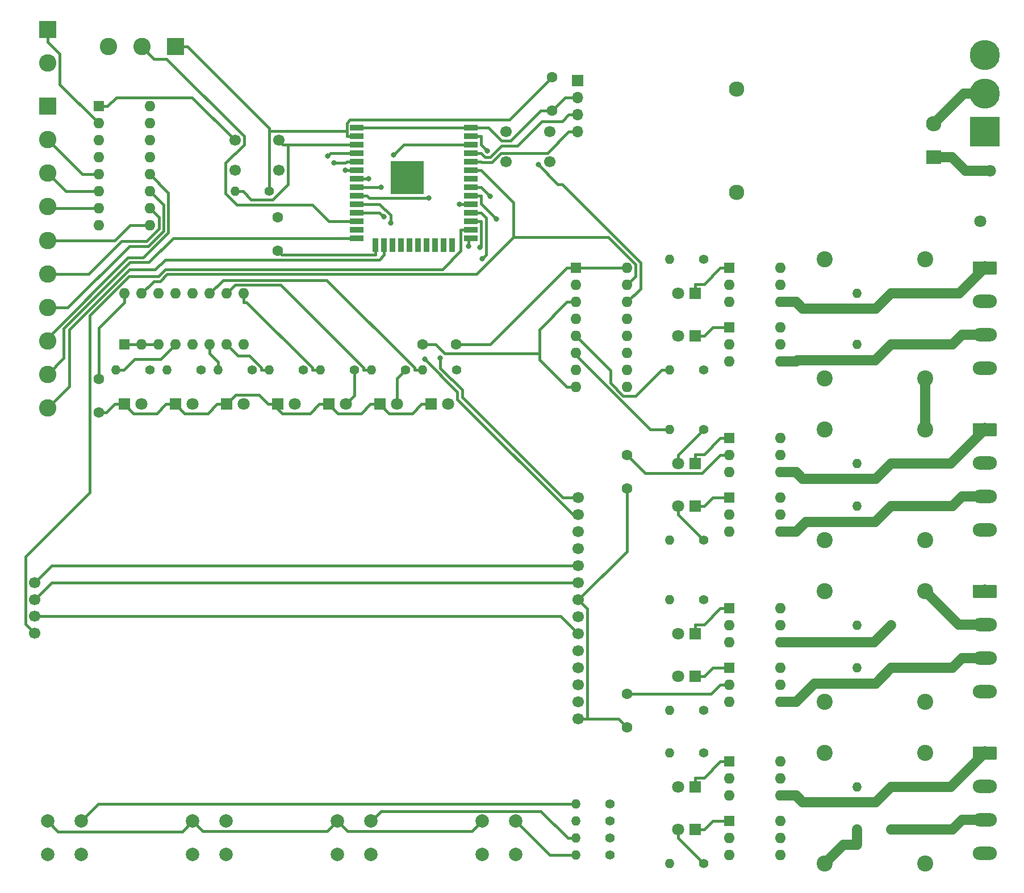
<source format=gbr>
G04 #@! TF.GenerationSoftware,KiCad,Pcbnew,(5.1.4)-1*
G04 #@! TF.CreationDate,2019-09-14T19:38:37+02:00*
G04 #@! TF.ProjectId,regulator board,72656775-6c61-4746-9f72-20626f617264,rev?*
G04 #@! TF.SameCoordinates,Original*
G04 #@! TF.FileFunction,Copper,L1,Top*
G04 #@! TF.FilePolarity,Positive*
%FSLAX46Y46*%
G04 Gerber Fmt 4.6, Leading zero omitted, Abs format (unit mm)*
G04 Created by KiCad (PCBNEW (5.1.4)-1) date 2019-09-14 19:38:37*
%MOMM*%
%LPD*%
G04 APERTURE LIST*
%ADD10C,2.300000*%
%ADD11R,2.300000X2.000000*%
%ADD12C,1.600000*%
%ADD13C,2.400000*%
%ADD14R,1.800000X1.800000*%
%ADD15C,1.800000*%
%ADD16C,0.100000*%
%ADD17C,2.000000*%
%ADD18O,3.600000X2.000000*%
%ADD19R,1.700000X1.700000*%
%ADD20O,1.700000X1.700000*%
%ADD21R,2.600000X2.600000*%
%ADD22C,2.600000*%
%ADD23O,1.400000X1.400000*%
%ADD24C,1.400000*%
%ADD25C,1.700000*%
%ADD26R,1.600000X1.600000*%
%ADD27O,1.600000X1.600000*%
%ADD28R,5.000000X5.000000*%
%ADD29R,2.000000X0.900000*%
%ADD30R,0.900000X2.000000*%
%ADD31R,4.500880X4.500880*%
%ADD32C,4.500880*%
%ADD33C,0.800000*%
%ADD34C,0.400000*%
%ADD35C,1.500000*%
G04 APERTURE END LIST*
D10*
X154750000Y-34250000D03*
X184150000Y-39450000D03*
D11*
X184150000Y-44450000D03*
D10*
X154750000Y-49650000D03*
D12*
X138430000Y-88900000D03*
X138430000Y-93900000D03*
X59690000Y-77550000D03*
X59690000Y-82550000D03*
X107950000Y-72390000D03*
X112950000Y-72390000D03*
X127254000Y-32512000D03*
X127254000Y-37512000D03*
X138430000Y-124540000D03*
X138430000Y-129540000D03*
X86360000Y-53420000D03*
X86360000Y-58420000D03*
D13*
X167880000Y-59690000D03*
X182880000Y-59690000D03*
X182880000Y-77470000D03*
X167880000Y-77470000D03*
X182880000Y-85090000D03*
X167880000Y-85090000D03*
X167880000Y-101600000D03*
X182880000Y-101600000D03*
X182880000Y-109220000D03*
X167880000Y-109220000D03*
X167880000Y-125730000D03*
X182880000Y-125730000D03*
X182880000Y-133350000D03*
X167880000Y-133350000D03*
X167880000Y-149860000D03*
X182880000Y-149860000D03*
D14*
X148590000Y-64770000D03*
D15*
X146050000Y-64770000D03*
X146050000Y-71120000D03*
D14*
X148590000Y-71120000D03*
X148590000Y-90170000D03*
D15*
X146050000Y-90170000D03*
X146050000Y-96520000D03*
D14*
X148590000Y-96520000D03*
X148590000Y-115570000D03*
D15*
X146050000Y-115570000D03*
X146050000Y-121920000D03*
D14*
X148590000Y-121920000D03*
D15*
X146050000Y-138430000D03*
D14*
X148590000Y-138430000D03*
X148590000Y-144780000D03*
D15*
X146050000Y-144780000D03*
D14*
X63500000Y-81280000D03*
D15*
X66040000Y-81280000D03*
D14*
X71120000Y-81280000D03*
D15*
X73660000Y-81280000D03*
X81280000Y-81280000D03*
D14*
X78740000Y-81280000D03*
X86360000Y-81280000D03*
D15*
X88900000Y-81280000D03*
D14*
X93980000Y-81280000D03*
D15*
X96520000Y-81280000D03*
X104140000Y-81280000D03*
D14*
X101600000Y-81280000D03*
D15*
X111760000Y-81280000D03*
D14*
X109220000Y-81280000D03*
D16*
G36*
X193344504Y-59961204D02*
G01*
X193368773Y-59964804D01*
X193392571Y-59970765D01*
X193415671Y-59979030D01*
X193437849Y-59989520D01*
X193458893Y-60002133D01*
X193478598Y-60016747D01*
X193496777Y-60033223D01*
X193513253Y-60051402D01*
X193527867Y-60071107D01*
X193540480Y-60092151D01*
X193550970Y-60114329D01*
X193559235Y-60137429D01*
X193565196Y-60161227D01*
X193568796Y-60185496D01*
X193570000Y-60210000D01*
X193570000Y-61710000D01*
X193568796Y-61734504D01*
X193565196Y-61758773D01*
X193559235Y-61782571D01*
X193550970Y-61805671D01*
X193540480Y-61827849D01*
X193527867Y-61848893D01*
X193513253Y-61868598D01*
X193496777Y-61886777D01*
X193478598Y-61903253D01*
X193458893Y-61917867D01*
X193437849Y-61930480D01*
X193415671Y-61940970D01*
X193392571Y-61949235D01*
X193368773Y-61955196D01*
X193344504Y-61958796D01*
X193320000Y-61960000D01*
X190220000Y-61960000D01*
X190195496Y-61958796D01*
X190171227Y-61955196D01*
X190147429Y-61949235D01*
X190124329Y-61940970D01*
X190102151Y-61930480D01*
X190081107Y-61917867D01*
X190061402Y-61903253D01*
X190043223Y-61886777D01*
X190026747Y-61868598D01*
X190012133Y-61848893D01*
X189999520Y-61827849D01*
X189989030Y-61805671D01*
X189980765Y-61782571D01*
X189974804Y-61758773D01*
X189971204Y-61734504D01*
X189970000Y-61710000D01*
X189970000Y-60210000D01*
X189971204Y-60185496D01*
X189974804Y-60161227D01*
X189980765Y-60137429D01*
X189989030Y-60114329D01*
X189999520Y-60092151D01*
X190012133Y-60071107D01*
X190026747Y-60051402D01*
X190043223Y-60033223D01*
X190061402Y-60016747D01*
X190081107Y-60002133D01*
X190102151Y-59989520D01*
X190124329Y-59979030D01*
X190147429Y-59970765D01*
X190171227Y-59964804D01*
X190195496Y-59961204D01*
X190220000Y-59960000D01*
X193320000Y-59960000D01*
X193344504Y-59961204D01*
X193344504Y-59961204D01*
G37*
D17*
X191770000Y-60960000D03*
D18*
X191770000Y-65960000D03*
X191770000Y-70960000D03*
X191770000Y-75960000D03*
D19*
X131064000Y-33020000D03*
D20*
X131064000Y-35560000D03*
X131064000Y-38100000D03*
X131064000Y-40640000D03*
D18*
X191770000Y-100090000D03*
X191770000Y-95090000D03*
X191770000Y-90090000D03*
D16*
G36*
X193344504Y-84091204D02*
G01*
X193368773Y-84094804D01*
X193392571Y-84100765D01*
X193415671Y-84109030D01*
X193437849Y-84119520D01*
X193458893Y-84132133D01*
X193478598Y-84146747D01*
X193496777Y-84163223D01*
X193513253Y-84181402D01*
X193527867Y-84201107D01*
X193540480Y-84222151D01*
X193550970Y-84244329D01*
X193559235Y-84267429D01*
X193565196Y-84291227D01*
X193568796Y-84315496D01*
X193570000Y-84340000D01*
X193570000Y-85840000D01*
X193568796Y-85864504D01*
X193565196Y-85888773D01*
X193559235Y-85912571D01*
X193550970Y-85935671D01*
X193540480Y-85957849D01*
X193527867Y-85978893D01*
X193513253Y-85998598D01*
X193496777Y-86016777D01*
X193478598Y-86033253D01*
X193458893Y-86047867D01*
X193437849Y-86060480D01*
X193415671Y-86070970D01*
X193392571Y-86079235D01*
X193368773Y-86085196D01*
X193344504Y-86088796D01*
X193320000Y-86090000D01*
X190220000Y-86090000D01*
X190195496Y-86088796D01*
X190171227Y-86085196D01*
X190147429Y-86079235D01*
X190124329Y-86070970D01*
X190102151Y-86060480D01*
X190081107Y-86047867D01*
X190061402Y-86033253D01*
X190043223Y-86016777D01*
X190026747Y-85998598D01*
X190012133Y-85978893D01*
X189999520Y-85957849D01*
X189989030Y-85935671D01*
X189980765Y-85912571D01*
X189974804Y-85888773D01*
X189971204Y-85864504D01*
X189970000Y-85840000D01*
X189970000Y-84340000D01*
X189971204Y-84315496D01*
X189974804Y-84291227D01*
X189980765Y-84267429D01*
X189989030Y-84244329D01*
X189999520Y-84222151D01*
X190012133Y-84201107D01*
X190026747Y-84181402D01*
X190043223Y-84163223D01*
X190061402Y-84146747D01*
X190081107Y-84132133D01*
X190102151Y-84119520D01*
X190124329Y-84109030D01*
X190147429Y-84100765D01*
X190171227Y-84094804D01*
X190195496Y-84091204D01*
X190220000Y-84090000D01*
X193320000Y-84090000D01*
X193344504Y-84091204D01*
X193344504Y-84091204D01*
G37*
D17*
X191770000Y-85090000D03*
D16*
G36*
X193344504Y-108221204D02*
G01*
X193368773Y-108224804D01*
X193392571Y-108230765D01*
X193415671Y-108239030D01*
X193437849Y-108249520D01*
X193458893Y-108262133D01*
X193478598Y-108276747D01*
X193496777Y-108293223D01*
X193513253Y-108311402D01*
X193527867Y-108331107D01*
X193540480Y-108352151D01*
X193550970Y-108374329D01*
X193559235Y-108397429D01*
X193565196Y-108421227D01*
X193568796Y-108445496D01*
X193570000Y-108470000D01*
X193570000Y-109970000D01*
X193568796Y-109994504D01*
X193565196Y-110018773D01*
X193559235Y-110042571D01*
X193550970Y-110065671D01*
X193540480Y-110087849D01*
X193527867Y-110108893D01*
X193513253Y-110128598D01*
X193496777Y-110146777D01*
X193478598Y-110163253D01*
X193458893Y-110177867D01*
X193437849Y-110190480D01*
X193415671Y-110200970D01*
X193392571Y-110209235D01*
X193368773Y-110215196D01*
X193344504Y-110218796D01*
X193320000Y-110220000D01*
X190220000Y-110220000D01*
X190195496Y-110218796D01*
X190171227Y-110215196D01*
X190147429Y-110209235D01*
X190124329Y-110200970D01*
X190102151Y-110190480D01*
X190081107Y-110177867D01*
X190061402Y-110163253D01*
X190043223Y-110146777D01*
X190026747Y-110128598D01*
X190012133Y-110108893D01*
X189999520Y-110087849D01*
X189989030Y-110065671D01*
X189980765Y-110042571D01*
X189974804Y-110018773D01*
X189971204Y-109994504D01*
X189970000Y-109970000D01*
X189970000Y-108470000D01*
X189971204Y-108445496D01*
X189974804Y-108421227D01*
X189980765Y-108397429D01*
X189989030Y-108374329D01*
X189999520Y-108352151D01*
X190012133Y-108331107D01*
X190026747Y-108311402D01*
X190043223Y-108293223D01*
X190061402Y-108276747D01*
X190081107Y-108262133D01*
X190102151Y-108249520D01*
X190124329Y-108239030D01*
X190147429Y-108230765D01*
X190171227Y-108224804D01*
X190195496Y-108221204D01*
X190220000Y-108220000D01*
X193320000Y-108220000D01*
X193344504Y-108221204D01*
X193344504Y-108221204D01*
G37*
D17*
X191770000Y-109220000D03*
D18*
X191770000Y-114220000D03*
X191770000Y-119220000D03*
X191770000Y-124220000D03*
D21*
X71120000Y-27940000D03*
D22*
X66120000Y-27940000D03*
X61120000Y-27940000D03*
D18*
X191770000Y-148350000D03*
X191770000Y-143350000D03*
X191770000Y-138350000D03*
D16*
G36*
X193344504Y-132351204D02*
G01*
X193368773Y-132354804D01*
X193392571Y-132360765D01*
X193415671Y-132369030D01*
X193437849Y-132379520D01*
X193458893Y-132392133D01*
X193478598Y-132406747D01*
X193496777Y-132423223D01*
X193513253Y-132441402D01*
X193527867Y-132461107D01*
X193540480Y-132482151D01*
X193550970Y-132504329D01*
X193559235Y-132527429D01*
X193565196Y-132551227D01*
X193568796Y-132575496D01*
X193570000Y-132600000D01*
X193570000Y-134100000D01*
X193568796Y-134124504D01*
X193565196Y-134148773D01*
X193559235Y-134172571D01*
X193550970Y-134195671D01*
X193540480Y-134217849D01*
X193527867Y-134238893D01*
X193513253Y-134258598D01*
X193496777Y-134276777D01*
X193478598Y-134293253D01*
X193458893Y-134307867D01*
X193437849Y-134320480D01*
X193415671Y-134330970D01*
X193392571Y-134339235D01*
X193368773Y-134345196D01*
X193344504Y-134348796D01*
X193320000Y-134350000D01*
X190220000Y-134350000D01*
X190195496Y-134348796D01*
X190171227Y-134345196D01*
X190147429Y-134339235D01*
X190124329Y-134330970D01*
X190102151Y-134320480D01*
X190081107Y-134307867D01*
X190061402Y-134293253D01*
X190043223Y-134276777D01*
X190026747Y-134258598D01*
X190012133Y-134238893D01*
X189999520Y-134217849D01*
X189989030Y-134195671D01*
X189980765Y-134172571D01*
X189974804Y-134148773D01*
X189971204Y-134124504D01*
X189970000Y-134100000D01*
X189970000Y-132600000D01*
X189971204Y-132575496D01*
X189974804Y-132551227D01*
X189980765Y-132527429D01*
X189989030Y-132504329D01*
X189999520Y-132482151D01*
X190012133Y-132461107D01*
X190026747Y-132441402D01*
X190043223Y-132423223D01*
X190061402Y-132406747D01*
X190081107Y-132392133D01*
X190102151Y-132379520D01*
X190124329Y-132369030D01*
X190147429Y-132360765D01*
X190171227Y-132354804D01*
X190195496Y-132351204D01*
X190220000Y-132350000D01*
X193320000Y-132350000D01*
X193344504Y-132351204D01*
X193344504Y-132351204D01*
G37*
D17*
X191770000Y-133350000D03*
D21*
X52070000Y-25400000D03*
D22*
X52070000Y-30400000D03*
D21*
X52070000Y-36830000D03*
D22*
X52070000Y-41830000D03*
X52070000Y-46830000D03*
X52070000Y-51830000D03*
X52070000Y-56830000D03*
X52070000Y-61830000D03*
X52070000Y-66830000D03*
X52070000Y-71830000D03*
X52070000Y-76830000D03*
X52070000Y-81830000D03*
D23*
X144780000Y-59690000D03*
D24*
X149860000Y-59690000D03*
X177800000Y-64770000D03*
D23*
X172720000Y-64770000D03*
D24*
X149860000Y-76200000D03*
D23*
X144780000Y-76200000D03*
D24*
X177800000Y-72390000D03*
D23*
X172720000Y-72390000D03*
X144780000Y-85090000D03*
D24*
X149860000Y-85090000D03*
D23*
X80010000Y-49530000D03*
D24*
X85090000Y-49530000D03*
X177800000Y-90170000D03*
D23*
X172720000Y-90170000D03*
D24*
X149860000Y-101600000D03*
D23*
X144780000Y-101600000D03*
D24*
X177800000Y-96520000D03*
D23*
X172720000Y-96520000D03*
X144780000Y-110490000D03*
D24*
X149860000Y-110490000D03*
X177800000Y-114300000D03*
D23*
X172720000Y-114300000D03*
D24*
X149860000Y-127000000D03*
D23*
X144780000Y-127000000D03*
X172720000Y-120650000D03*
D24*
X177800000Y-120650000D03*
D23*
X144780000Y-133350000D03*
D24*
X149860000Y-133350000D03*
D23*
X172720000Y-138430000D03*
D24*
X177800000Y-138430000D03*
X149860000Y-149860000D03*
D23*
X144780000Y-149860000D03*
D24*
X177800000Y-144780000D03*
D23*
X172720000Y-144780000D03*
X62230000Y-76200000D03*
D24*
X67310000Y-76200000D03*
X74930000Y-76200000D03*
D23*
X69850000Y-76200000D03*
X77470000Y-76200000D03*
D24*
X82550000Y-76200000D03*
X90170000Y-76200000D03*
D23*
X85090000Y-76200000D03*
D24*
X97790000Y-76200000D03*
D23*
X92710000Y-76200000D03*
X130810000Y-140970000D03*
D24*
X135890000Y-140970000D03*
D23*
X100330000Y-76200000D03*
D24*
X105410000Y-76200000D03*
D23*
X130810000Y-143510000D03*
D24*
X135890000Y-143510000D03*
X113030000Y-76200000D03*
D23*
X107950000Y-76200000D03*
X130810000Y-146050000D03*
D24*
X135890000Y-146050000D03*
D23*
X130810000Y-148590000D03*
D24*
X135890000Y-148590000D03*
D15*
X191132000Y-53982000D03*
X192532000Y-46482000D03*
D25*
X86510000Y-46410000D03*
X80010000Y-46410000D03*
X86510000Y-41910000D03*
X80010000Y-41910000D03*
X120396000Y-40640000D03*
X126896000Y-40640000D03*
X120396000Y-45140000D03*
X126896000Y-45140000D03*
D17*
X52070000Y-143510000D03*
X57070000Y-143510000D03*
X57070000Y-148510000D03*
X52070000Y-148510000D03*
X73660000Y-148510000D03*
X78660000Y-148510000D03*
X78660000Y-143510000D03*
X73660000Y-143510000D03*
X95250000Y-143510000D03*
X100250000Y-143510000D03*
X100250000Y-148510000D03*
X95250000Y-148510000D03*
X116840000Y-148510000D03*
X121840000Y-148510000D03*
X121840000Y-143510000D03*
X116840000Y-143510000D03*
D25*
X131170000Y-95250000D03*
X131170000Y-97790000D03*
X131170000Y-100330000D03*
X131170000Y-102870000D03*
X131170000Y-105410000D03*
X131170000Y-107950000D03*
X131170000Y-110490000D03*
X131170000Y-113030000D03*
X131170000Y-120650000D03*
X131170000Y-118110000D03*
X131170000Y-125730000D03*
X131170000Y-123190000D03*
X131170000Y-115570000D03*
X131170000Y-128270000D03*
X50170000Y-110490000D03*
X50170000Y-107950000D03*
X50170000Y-115490000D03*
X50170000Y-112950000D03*
D26*
X153670000Y-60960000D03*
D27*
X161290000Y-66040000D03*
X153670000Y-63500000D03*
X161290000Y-63500000D03*
X153670000Y-66040000D03*
X161290000Y-60960000D03*
D26*
X130810000Y-60960000D03*
D27*
X138430000Y-78740000D03*
X130810000Y-63500000D03*
X138430000Y-76200000D03*
X130810000Y-66040000D03*
X138430000Y-73660000D03*
X130810000Y-68580000D03*
X138430000Y-71120000D03*
X130810000Y-71120000D03*
X138430000Y-68580000D03*
X130810000Y-73660000D03*
X138430000Y-66040000D03*
X130810000Y-76200000D03*
X138430000Y-63500000D03*
X130810000Y-78740000D03*
X138430000Y-60960000D03*
X161290000Y-69850000D03*
X153670000Y-74930000D03*
X161290000Y-72390000D03*
X153670000Y-72390000D03*
X161290000Y-74930000D03*
D26*
X153670000Y-69850000D03*
X153670000Y-86360000D03*
D27*
X161290000Y-91440000D03*
X153670000Y-88900000D03*
X161290000Y-88900000D03*
X153670000Y-91440000D03*
X161290000Y-86360000D03*
X161290000Y-95250000D03*
X153670000Y-100330000D03*
X161290000Y-97790000D03*
X153670000Y-97790000D03*
X161290000Y-100330000D03*
D26*
X153670000Y-95250000D03*
D27*
X161290000Y-111760000D03*
X153670000Y-116840000D03*
X161290000Y-114300000D03*
X153670000Y-114300000D03*
X161290000Y-116840000D03*
D26*
X153670000Y-111760000D03*
D28*
X105680000Y-47505000D03*
D29*
X98180000Y-40005000D03*
X98180000Y-41275000D03*
X98180000Y-42545000D03*
X98180000Y-43815000D03*
X98180000Y-45085000D03*
X98180000Y-46355000D03*
X98180000Y-47625000D03*
X98180000Y-48895000D03*
X98180000Y-50165000D03*
X98180000Y-51435000D03*
X98180000Y-52705000D03*
X98180000Y-53975000D03*
X98180000Y-55245000D03*
X98180000Y-56515000D03*
D30*
X100965000Y-57515000D03*
X102235000Y-57515000D03*
X103505000Y-57515000D03*
X104775000Y-57515000D03*
X106045000Y-57515000D03*
X107315000Y-57515000D03*
X108585000Y-57515000D03*
X109855000Y-57515000D03*
X111125000Y-57515000D03*
X112395000Y-57515000D03*
D29*
X115180000Y-56515000D03*
X115180000Y-55245000D03*
X115180000Y-53975000D03*
X115180000Y-52705000D03*
X115180000Y-51435000D03*
X115180000Y-50165000D03*
X115180000Y-48895000D03*
X115180000Y-47625000D03*
X115180000Y-46355000D03*
X115180000Y-45085000D03*
X115180000Y-43815000D03*
X115180000Y-42545000D03*
X115180000Y-41275000D03*
X115180000Y-40005000D03*
D26*
X153670000Y-120650000D03*
D27*
X161290000Y-125730000D03*
X153670000Y-123190000D03*
X161290000Y-123190000D03*
X153670000Y-125730000D03*
X161290000Y-120650000D03*
X161290000Y-134620000D03*
X153670000Y-139700000D03*
X161290000Y-137160000D03*
X153670000Y-137160000D03*
X161290000Y-139700000D03*
D26*
X153670000Y-134620000D03*
X153670000Y-143510000D03*
D27*
X161290000Y-148590000D03*
X153670000Y-146050000D03*
X161290000Y-146050000D03*
X153670000Y-148590000D03*
X161290000Y-143510000D03*
X63500000Y-64770000D03*
X81280000Y-72390000D03*
X66040000Y-64770000D03*
X78740000Y-72390000D03*
X68580000Y-64770000D03*
X76200000Y-72390000D03*
X71120000Y-64770000D03*
X73660000Y-72390000D03*
X73660000Y-64770000D03*
X71120000Y-72390000D03*
X76200000Y-64770000D03*
X68580000Y-72390000D03*
X78740000Y-64770000D03*
X66040000Y-72390000D03*
X81280000Y-64770000D03*
D26*
X63500000Y-72390000D03*
X59690000Y-36830000D03*
D27*
X67310000Y-54610000D03*
X59690000Y-39370000D03*
X67310000Y-52070000D03*
X59690000Y-41910000D03*
X67310000Y-49530000D03*
X59690000Y-44450000D03*
X67310000Y-46990000D03*
X59690000Y-46990000D03*
X67310000Y-44450000D03*
X59690000Y-49530000D03*
X67310000Y-41910000D03*
X59690000Y-52070000D03*
X67310000Y-39370000D03*
X59690000Y-54610000D03*
X67310000Y-36830000D03*
D31*
X191770000Y-40640000D03*
D32*
X191770000Y-34925000D03*
X191770000Y-29210000D03*
D33*
X93843900Y-44221500D03*
X94792300Y-45284700D03*
X96446200Y-46355000D03*
X99939900Y-47625000D03*
X114850100Y-57713200D03*
X110633500Y-74377300D03*
X103238600Y-54283100D03*
X108312600Y-74591600D03*
X102179600Y-53328500D03*
X101785500Y-48895000D03*
X108919500Y-50527900D03*
X118946400Y-53643200D03*
X118046000Y-50255000D03*
X116894100Y-59569700D03*
X116539400Y-57906900D03*
X113429900Y-51435000D03*
X117660800Y-43521100D03*
X125205600Y-45546600D03*
X103613800Y-44074700D03*
D34*
X66040000Y-72390000D02*
X68580000Y-72390000D01*
X63500000Y-72390000D02*
X66040000Y-72390000D01*
X125427600Y-73736600D02*
X111266000Y-73736600D01*
X111266000Y-73736600D02*
X109919400Y-72390000D01*
X109919400Y-72390000D02*
X107950000Y-72390000D01*
X115180000Y-40005000D02*
X98180000Y-40005000D01*
X127254000Y-37512000D02*
X125600800Y-37512000D01*
X125600800Y-37512000D02*
X121122500Y-41990300D01*
X121122500Y-41990300D02*
X119776300Y-41990300D01*
X119776300Y-41990300D02*
X117791000Y-40005000D01*
X117791000Y-40005000D02*
X115180000Y-40005000D01*
X107819700Y-81280000D02*
X106410300Y-82689400D01*
X106410300Y-82689400D02*
X103009400Y-82689400D01*
X103009400Y-82689400D02*
X101600000Y-81280000D01*
X101600000Y-81280000D02*
X100199700Y-81280000D01*
X100199700Y-81280000D02*
X98795000Y-82684700D01*
X98795000Y-82684700D02*
X95384700Y-82684700D01*
X95384700Y-82684700D02*
X93980000Y-81280000D01*
X93980000Y-81280000D02*
X92579700Y-81280000D01*
X85659900Y-81280000D02*
X87060200Y-82680300D01*
X87060200Y-82680300D02*
X91179400Y-82680300D01*
X91179400Y-82680300D02*
X92579700Y-81280000D01*
X85659900Y-81280000D02*
X84959700Y-81280000D01*
X86360000Y-81280000D02*
X85659900Y-81280000D01*
X131064000Y-35560000D02*
X129206000Y-35560000D01*
X129206000Y-35560000D02*
X127254000Y-37512000D01*
X78740000Y-81280000D02*
X77339700Y-81280000D01*
X71120000Y-81280000D02*
X72520300Y-82680300D01*
X72520300Y-82680300D02*
X75939400Y-82680300D01*
X75939400Y-82680300D02*
X77339700Y-81280000D01*
X70419900Y-81280000D02*
X71120000Y-81280000D01*
X78740000Y-81280000D02*
X80140300Y-79879700D01*
X80140300Y-79879700D02*
X83559400Y-79879700D01*
X83559400Y-79879700D02*
X84959700Y-81280000D01*
X70419900Y-81280000D02*
X69719700Y-81280000D01*
X109220000Y-81280000D02*
X107819700Y-81280000D01*
X125427600Y-73736600D02*
X125427600Y-70122100D01*
X125427600Y-70122100D02*
X129509700Y-66040000D01*
X129509700Y-78740000D02*
X125427600Y-74657900D01*
X125427600Y-74657900D02*
X125427600Y-73736600D01*
X63500000Y-81280000D02*
X62099700Y-81280000D01*
X59690000Y-82550000D02*
X60829700Y-82550000D01*
X60829700Y-82550000D02*
X62099700Y-81280000D01*
X63500000Y-81280000D02*
X64900300Y-82680300D01*
X64900300Y-82680300D02*
X68319400Y-82680300D01*
X68319400Y-82680300D02*
X69719700Y-81280000D01*
X130810000Y-66040000D02*
X129509700Y-66040000D01*
X130810000Y-78740000D02*
X129509700Y-78740000D01*
X86360000Y-58420000D02*
X86955300Y-59015300D01*
X86955300Y-59015300D02*
X100965000Y-59015300D01*
X100965000Y-57515000D02*
X100965000Y-59015300D01*
X153670000Y-88900000D02*
X152369700Y-88900000D01*
X152369700Y-88900000D02*
X149652800Y-91616900D01*
X149652800Y-91616900D02*
X141146900Y-91616900D01*
X141146900Y-91616900D02*
X138430000Y-88900000D01*
X80010000Y-41910000D02*
X73629700Y-35529700D01*
X73629700Y-35529700D02*
X62290600Y-35529700D01*
X62290600Y-35529700D02*
X60990300Y-36830000D01*
X59690000Y-36830000D02*
X60990300Y-36830000D01*
X153670000Y-123190000D02*
X152369700Y-123190000D01*
X152369700Y-123190000D02*
X151019700Y-124540000D01*
X151019700Y-124540000D02*
X138430000Y-124540000D01*
X98180000Y-41275000D02*
X96679700Y-41275000D01*
X96673500Y-40546700D02*
X96673500Y-41268800D01*
X96673500Y-41268800D02*
X96679700Y-41275000D01*
X127254000Y-32512000D02*
X120911600Y-38854400D01*
X120911600Y-38854400D02*
X97159800Y-38854400D01*
X97159800Y-38854400D02*
X96673500Y-39340700D01*
X96673500Y-39340700D02*
X96673500Y-40546700D01*
X96673500Y-40546700D02*
X85090000Y-40546700D01*
X85090000Y-40546700D02*
X85090000Y-49530000D01*
X72920300Y-27940000D02*
X85090000Y-40109700D01*
X85090000Y-40109700D02*
X85090000Y-40546700D01*
X59690000Y-77550000D02*
X59690000Y-69880300D01*
X59690000Y-69880300D02*
X63500000Y-66070300D01*
X71120000Y-27940000D02*
X72920300Y-27940000D01*
X132526900Y-128270000D02*
X132526900Y-111846900D01*
X132526900Y-111846900D02*
X131170000Y-110490000D01*
X132526900Y-128270000D02*
X137160000Y-128270000D01*
X137160000Y-128270000D02*
X138430000Y-129540000D01*
X131170000Y-128270000D02*
X132526900Y-128270000D01*
X116840000Y-143510000D02*
X115339600Y-145010400D01*
X115339600Y-145010400D02*
X96750400Y-145010400D01*
X96750400Y-145010400D02*
X95250000Y-143510000D01*
X63500000Y-64770000D02*
X63500000Y-66070300D01*
X52070000Y-25400000D02*
X52070000Y-27200300D01*
X59690000Y-39370000D02*
X53870300Y-33550300D01*
X53870300Y-33550300D02*
X53870300Y-29000600D01*
X53870300Y-29000600D02*
X52070000Y-27200300D01*
X138430000Y-93900000D02*
X138430000Y-103230000D01*
X138430000Y-103230000D02*
X131170000Y-110490000D01*
X129509700Y-60960000D02*
X118079700Y-72390000D01*
X118079700Y-72390000D02*
X112950000Y-72390000D01*
X130810000Y-60960000D02*
X129509700Y-60960000D01*
X73660000Y-143510000D02*
X75160400Y-145010400D01*
X75160400Y-145010400D02*
X93749600Y-145010400D01*
X93749600Y-145010400D02*
X95250000Y-143510000D01*
X73660000Y-143510000D02*
X72114400Y-145055600D01*
X72114400Y-145055600D02*
X53615600Y-145055600D01*
X53615600Y-145055600D02*
X52070000Y-143510000D01*
X130810000Y-60960000D02*
X138430000Y-60960000D01*
D35*
X182880000Y-77470000D02*
X182880000Y-85090000D01*
X191770000Y-114220000D02*
X187880000Y-114220000D01*
X187880000Y-114220000D02*
X182880000Y-109220000D01*
X191770000Y-34925000D02*
X188675000Y-34925000D01*
X188675000Y-34925000D02*
X184150000Y-39450000D01*
X172720000Y-144780000D02*
X172720000Y-147030300D01*
X172720000Y-147030300D02*
X170709700Y-147030300D01*
X170709700Y-147030300D02*
X167880000Y-149860000D01*
D34*
X148590000Y-64770000D02*
X148590000Y-63369700D01*
X153670000Y-60960000D02*
X152369700Y-60960000D01*
X152369700Y-60960000D02*
X149960000Y-63369700D01*
X149960000Y-63369700D02*
X148590000Y-63369700D01*
X148590000Y-71120000D02*
X149990300Y-71120000D01*
X153670000Y-69850000D02*
X151260300Y-69850000D01*
X151260300Y-69850000D02*
X149990300Y-71120000D01*
X148590000Y-90170000D02*
X148590000Y-88769700D01*
X153670000Y-86360000D02*
X152369700Y-86360000D01*
X152369700Y-86360000D02*
X149960000Y-88769700D01*
X149960000Y-88769700D02*
X148590000Y-88769700D01*
X149860000Y-85090000D02*
X146050000Y-88900000D01*
X146050000Y-88900000D02*
X146050000Y-90170000D01*
X149860000Y-101600000D02*
X146050000Y-97790000D01*
X146050000Y-97790000D02*
X146050000Y-96520000D01*
X148590000Y-96520000D02*
X149990300Y-96520000D01*
X153670000Y-95250000D02*
X151260300Y-95250000D01*
X151260300Y-95250000D02*
X149990300Y-96520000D01*
X148590000Y-115570000D02*
X148590000Y-114169700D01*
X153670000Y-111760000D02*
X152369700Y-111760000D01*
X152369700Y-111760000D02*
X149960000Y-114169700D01*
X149960000Y-114169700D02*
X148590000Y-114169700D01*
X148590000Y-121920000D02*
X149990300Y-121920000D01*
X153670000Y-120650000D02*
X151260300Y-120650000D01*
X151260300Y-120650000D02*
X149990300Y-121920000D01*
X148590000Y-138430000D02*
X148590000Y-137029700D01*
X153670000Y-134620000D02*
X152369700Y-134620000D01*
X152369700Y-134620000D02*
X149960000Y-137029700D01*
X149960000Y-137029700D02*
X148590000Y-137029700D01*
X148590000Y-144780000D02*
X149990300Y-144780000D01*
X153670000Y-143510000D02*
X151260300Y-143510000D01*
X151260300Y-143510000D02*
X149990300Y-144780000D01*
X149860000Y-149860000D02*
X146050000Y-146050000D01*
X146050000Y-146050000D02*
X146050000Y-144780000D01*
X97790000Y-76200000D02*
X97790000Y-80010000D01*
X97790000Y-80010000D02*
X96520000Y-81280000D01*
X105410000Y-76200000D02*
X104140000Y-77470000D01*
X104140000Y-77470000D02*
X104140000Y-81280000D01*
D35*
X161290000Y-66040000D02*
X163640300Y-66040000D01*
X163640300Y-66040000D02*
X164622600Y-67022300D01*
X164622600Y-67022300D02*
X175547700Y-67022300D01*
X175547700Y-67022300D02*
X177800000Y-64770000D01*
X177800000Y-64770000D02*
X187960000Y-64770000D01*
X187960000Y-64770000D02*
X191770000Y-60960000D01*
X177800000Y-72390000D02*
X186989700Y-72390000D01*
X186989700Y-72390000D02*
X188419700Y-70960000D01*
X163640300Y-74930000D02*
X163850600Y-74719700D01*
X163850600Y-74719700D02*
X175470300Y-74719700D01*
X175470300Y-74719700D02*
X177800000Y-72390000D01*
X191770000Y-70960000D02*
X188419700Y-70960000D01*
X161290000Y-74930000D02*
X163640300Y-74930000D01*
X184150000Y-44450000D02*
X186850300Y-44450000D01*
X192532000Y-46482000D02*
X188882300Y-46482000D01*
X188882300Y-46482000D02*
X186850300Y-44450000D01*
D34*
X115180000Y-43815000D02*
X116680300Y-43815000D01*
X116680300Y-43815000D02*
X117317000Y-44451700D01*
X117317000Y-44451700D02*
X118007400Y-44451700D01*
X118007400Y-44451700D02*
X119768500Y-42690600D01*
X119768500Y-42690600D02*
X122101400Y-42690600D01*
X122101400Y-42690600D02*
X125737200Y-39054800D01*
X125737200Y-39054800D02*
X128758900Y-39054800D01*
X128758900Y-39054800D02*
X129713700Y-38100000D01*
X131064000Y-38100000D02*
X129713700Y-38100000D01*
X115180000Y-45085000D02*
X116680300Y-45085000D01*
X116680300Y-45085000D02*
X116753000Y-45157700D01*
X116753000Y-45157700D02*
X118291700Y-45157700D01*
X118291700Y-45157700D02*
X119659800Y-43789600D01*
X119659800Y-43789600D02*
X126564100Y-43789600D01*
X126564100Y-43789600D02*
X129713700Y-40640000D01*
X131064000Y-40640000D02*
X129713700Y-40640000D01*
D35*
X177800000Y-96520000D02*
X186989700Y-96520000D01*
X186989700Y-96520000D02*
X188419700Y-95090000D01*
X163640300Y-100330000D02*
X165128500Y-98841800D01*
X165128500Y-98841800D02*
X175478200Y-98841800D01*
X175478200Y-98841800D02*
X177800000Y-96520000D01*
X191770000Y-95090000D02*
X188419700Y-95090000D01*
X161290000Y-100330000D02*
X163640300Y-100330000D01*
X161290000Y-91440000D02*
X163640300Y-91440000D01*
X163640300Y-91440000D02*
X164652300Y-92452000D01*
X164652300Y-92452000D02*
X175518000Y-92452000D01*
X175518000Y-92452000D02*
X177800000Y-90170000D01*
X191770000Y-85090000D02*
X186690000Y-90170000D01*
X186690000Y-90170000D02*
X177800000Y-90170000D01*
X161290000Y-116840000D02*
X175260000Y-116840000D01*
X175260000Y-116840000D02*
X177800000Y-114300000D01*
X177800000Y-120650000D02*
X186989700Y-120650000D01*
X186989700Y-120650000D02*
X188419700Y-119220000D01*
X163640300Y-125730000D02*
X166416800Y-122953500D01*
X166416800Y-122953500D02*
X175496500Y-122953500D01*
X175496500Y-122953500D02*
X177800000Y-120650000D01*
X191770000Y-119220000D02*
X188419700Y-119220000D01*
X161290000Y-125730000D02*
X163640300Y-125730000D01*
D34*
X66120000Y-27940000D02*
X67920400Y-29740400D01*
X67920400Y-29740400D02*
X69819000Y-29740400D01*
X69819000Y-29740400D02*
X81385000Y-41306400D01*
X81385000Y-41306400D02*
X81385000Y-42535100D01*
X81385000Y-42535100D02*
X78630300Y-45289800D01*
X78630300Y-45289800D02*
X78630300Y-49855800D01*
X78630300Y-49855800D02*
X80285900Y-51511400D01*
X80285900Y-51511400D02*
X91529200Y-51511400D01*
X91529200Y-51511400D02*
X93992800Y-53975000D01*
X93992800Y-53975000D02*
X98180000Y-53975000D01*
D35*
X191770000Y-143350000D02*
X188419700Y-143350000D01*
X177800000Y-144780000D02*
X186989700Y-144780000D01*
X186989700Y-144780000D02*
X188419700Y-143350000D01*
X191770000Y-133350000D02*
X186690000Y-138430000D01*
X186690000Y-138430000D02*
X177800000Y-138430000D01*
X163640300Y-139700000D02*
X164621600Y-140681300D01*
X164621600Y-140681300D02*
X175548700Y-140681300D01*
X175548700Y-140681300D02*
X177800000Y-138430000D01*
X161290000Y-139700000D02*
X163640300Y-139700000D01*
D34*
X59690000Y-46990000D02*
X57230000Y-46990000D01*
X57230000Y-46990000D02*
X52070000Y-41830000D01*
X59690000Y-49530000D02*
X54770000Y-49530000D01*
X54770000Y-49530000D02*
X52070000Y-46830000D01*
X59690000Y-52070000D02*
X52310000Y-52070000D01*
X52310000Y-52070000D02*
X52070000Y-51830000D01*
X66009700Y-54610000D02*
X64338500Y-54610000D01*
X64338500Y-54610000D02*
X62118500Y-56830000D01*
X62118500Y-56830000D02*
X52070000Y-56830000D01*
X67310000Y-54610000D02*
X66009700Y-54610000D01*
X67310000Y-52070000D02*
X68646400Y-53406400D01*
X68646400Y-53406400D02*
X68646400Y-55129400D01*
X68646400Y-55129400D02*
X66802800Y-56973000D01*
X66802800Y-56973000D02*
X63061600Y-56973000D01*
X63061600Y-56973000D02*
X58204600Y-61830000D01*
X58204600Y-61830000D02*
X52070000Y-61830000D01*
X52070000Y-66830000D02*
X55089400Y-66830000D01*
X55089400Y-66830000D02*
X64246100Y-57673300D01*
X64246100Y-57673300D02*
X67093200Y-57673300D01*
X67093200Y-57673300D02*
X69346800Y-55419700D01*
X69346800Y-55419700D02*
X69346800Y-51566800D01*
X69346800Y-51566800D02*
X67310000Y-49530000D01*
X67310000Y-46990000D02*
X70050800Y-49730800D01*
X70050800Y-49730800D02*
X70050800Y-55718500D01*
X70050800Y-55718500D02*
X66345100Y-59424200D01*
X66345100Y-59424200D02*
X64035200Y-59424200D01*
X64035200Y-59424200D02*
X52070000Y-71389400D01*
X52070000Y-71389400D02*
X52070000Y-71830000D01*
X98180000Y-56515000D02*
X70802000Y-56515000D01*
X70802000Y-56515000D02*
X67192500Y-60124500D01*
X67192500Y-60124500D02*
X64325500Y-60124500D01*
X64325500Y-60124500D02*
X54467500Y-69982500D01*
X54467500Y-69982500D02*
X54467500Y-74432500D01*
X54467500Y-74432500D02*
X52070000Y-76830000D01*
X102235000Y-57515000D02*
X102235000Y-59015300D01*
X102235000Y-59015300D02*
X101529900Y-59720400D01*
X101529900Y-59720400D02*
X69577100Y-59720400D01*
X69577100Y-59720400D02*
X68122600Y-61174900D01*
X68122600Y-61174900D02*
X64265500Y-61174900D01*
X64265500Y-61174900D02*
X55269600Y-70170800D01*
X55269600Y-70170800D02*
X55269600Y-78630400D01*
X55269600Y-78630400D02*
X52070000Y-81830000D01*
X144780000Y-76200000D02*
X143579700Y-76200000D01*
X130810000Y-71120000D02*
X135977200Y-76287200D01*
X135977200Y-76287200D02*
X135977200Y-78154200D01*
X135977200Y-78154200D02*
X137882500Y-80059500D01*
X137882500Y-80059500D02*
X139720200Y-80059500D01*
X139720200Y-80059500D02*
X143579700Y-76200000D01*
X144780000Y-85090000D02*
X141922500Y-85090000D01*
X141922500Y-85090000D02*
X130810000Y-73977500D01*
X130810000Y-73977500D02*
X130810000Y-73660000D01*
X87873800Y-42545000D02*
X98180000Y-42545000D01*
X86510000Y-41910000D02*
X87145000Y-42545000D01*
X87145000Y-42545000D02*
X87873800Y-42545000D01*
X87873800Y-42545000D02*
X87873800Y-48462400D01*
X87873800Y-48462400D02*
X85605300Y-50730900D01*
X85605300Y-50730900D02*
X82411200Y-50730900D01*
X82411200Y-50730900D02*
X81210300Y-49530000D01*
X80010000Y-49530000D02*
X81210300Y-49530000D01*
X62230000Y-76200000D02*
X63430300Y-76200000D01*
X71120000Y-72390000D02*
X68919300Y-74590700D01*
X68919300Y-74590700D02*
X65039600Y-74590700D01*
X65039600Y-74590700D02*
X63430300Y-76200000D01*
X77470000Y-76200000D02*
X77470000Y-74999700D01*
X76200000Y-72390000D02*
X76200000Y-73729700D01*
X76200000Y-73729700D02*
X77470000Y-74999700D01*
X85090000Y-76200000D02*
X83889700Y-76200000D01*
X78740000Y-72390000D02*
X80416800Y-74066800D01*
X80416800Y-74066800D02*
X82129500Y-74066800D01*
X82129500Y-74066800D02*
X83889700Y-75827000D01*
X83889700Y-75827000D02*
X83889700Y-76200000D01*
X92710000Y-76200000D02*
X91509700Y-76200000D01*
X81280000Y-64770000D02*
X81280000Y-66070300D01*
X81280000Y-66070300D02*
X81753000Y-66070300D01*
X81753000Y-66070300D02*
X91509700Y-75827000D01*
X91509700Y-75827000D02*
X91509700Y-76200000D01*
X130810000Y-140970000D02*
X129609700Y-140970000D01*
X57070000Y-143510000D02*
X59610000Y-140970000D01*
X59610000Y-140970000D02*
X129609700Y-140970000D01*
X98180000Y-43815000D02*
X94250400Y-43815000D01*
X94250400Y-43815000D02*
X93843900Y-44221500D01*
X100330000Y-76200000D02*
X99129700Y-76200000D01*
X78740000Y-64770000D02*
X80051500Y-63458500D01*
X80051500Y-63458500D02*
X86761200Y-63458500D01*
X86761200Y-63458500D02*
X99129700Y-75827000D01*
X99129700Y-75827000D02*
X99129700Y-76200000D01*
X96679700Y-45085000D02*
X96480000Y-45284700D01*
X96480000Y-45284700D02*
X94792300Y-45284700D01*
X98180000Y-45085000D02*
X96679700Y-45085000D01*
X106749700Y-76200000D02*
X106749700Y-75827000D01*
X106749700Y-75827000D02*
X93680800Y-62758100D01*
X93680800Y-62758100D02*
X78211900Y-62758100D01*
X78211900Y-62758100D02*
X76200000Y-64770000D01*
X107950000Y-76200000D02*
X106749700Y-76200000D01*
X130810000Y-146050000D02*
X129609700Y-146050000D01*
X100250000Y-143510000D02*
X101758800Y-142001200D01*
X101758800Y-142001200D02*
X125560900Y-142001200D01*
X125560900Y-142001200D02*
X129609700Y-146050000D01*
X96679700Y-46355000D02*
X96446200Y-46355000D01*
X98180000Y-46355000D02*
X96679700Y-46355000D01*
X98180000Y-47625000D02*
X99939900Y-47625000D01*
X121840000Y-143510000D02*
X126920000Y-148590000D01*
X126920000Y-148590000D02*
X130810000Y-148590000D01*
X115180000Y-56515000D02*
X114850100Y-56844900D01*
X114850100Y-56844900D02*
X114850100Y-57713200D01*
X110633500Y-74377300D02*
X110633500Y-75922000D01*
X110633500Y-75922000D02*
X113860800Y-79149300D01*
X113860800Y-79149300D02*
X113860800Y-80251000D01*
X113860800Y-80251000D02*
X128859800Y-95250000D01*
X128859800Y-95250000D02*
X131170000Y-95250000D01*
X98180000Y-51435000D02*
X101574700Y-51435000D01*
X101574700Y-51435000D02*
X103238600Y-53098900D01*
X103238600Y-53098900D02*
X103238600Y-54283100D01*
X108312600Y-74591600D02*
X113160400Y-79439400D01*
X113160400Y-79439400D02*
X113160400Y-80541100D01*
X113160400Y-80541100D02*
X130409300Y-97790000D01*
X130409300Y-97790000D02*
X131170000Y-97790000D01*
X98180000Y-52705000D02*
X101556100Y-52705000D01*
X101556100Y-52705000D02*
X102179600Y-53328500D01*
X98180000Y-48895000D02*
X101785500Y-48895000D01*
X99680300Y-50165000D02*
X100043200Y-50527900D01*
X100043200Y-50527900D02*
X108919500Y-50527900D01*
X98180000Y-50165000D02*
X99680300Y-50165000D01*
X115180000Y-50165000D02*
X116680300Y-50165000D01*
X116680300Y-50165000D02*
X116680300Y-51377100D01*
X116680300Y-51377100D02*
X118946400Y-53643200D01*
X131170000Y-105410000D02*
X52710000Y-105410000D01*
X52710000Y-105410000D02*
X50170000Y-107950000D01*
X116680300Y-48895000D02*
X118040300Y-50255000D01*
X118040300Y-50255000D02*
X118046000Y-50255000D01*
X50170000Y-110490000D02*
X52710000Y-107950000D01*
X52710000Y-107950000D02*
X131170000Y-107950000D01*
X115180000Y-48895000D02*
X116680300Y-48895000D01*
X116680300Y-52705000D02*
X117452400Y-53477100D01*
X117452400Y-53477100D02*
X117452400Y-59011400D01*
X117452400Y-59011400D02*
X116894100Y-59569700D01*
X115180000Y-52705000D02*
X116680300Y-52705000D01*
X115180000Y-53975000D02*
X116680300Y-53975000D01*
X116680300Y-53975000D02*
X116680300Y-57766000D01*
X116680300Y-57766000D02*
X116539400Y-57906900D01*
X113679700Y-51435000D02*
X113429900Y-51435000D01*
X115180000Y-51435000D02*
X113679700Y-51435000D01*
X115180000Y-41275000D02*
X116680300Y-41275000D01*
X116680300Y-41275000D02*
X116680300Y-42540600D01*
X116680300Y-42540600D02*
X117660800Y-43521100D01*
X50170000Y-112950000D02*
X128550000Y-112950000D01*
X128550000Y-112950000D02*
X131170000Y-115570000D01*
X50170000Y-115490000D02*
X48812100Y-114132100D01*
X48812100Y-114132100D02*
X48812100Y-104044700D01*
X48812100Y-104044700D02*
X58389600Y-94467200D01*
X58389600Y-94467200D02*
X58389600Y-68041300D01*
X58389600Y-68041300D02*
X64205500Y-62225400D01*
X64205500Y-62225400D02*
X68557400Y-62225400D01*
X68557400Y-62225400D02*
X69607900Y-61174900D01*
X69607900Y-61174900D02*
X110902200Y-61174900D01*
X110902200Y-61174900D02*
X113679700Y-58397400D01*
X113679700Y-58397400D02*
X113679700Y-55245000D01*
X115180000Y-55245000D02*
X113679700Y-55245000D01*
X125205600Y-45546600D02*
X128133300Y-48474300D01*
X128133300Y-48474300D02*
X128780600Y-48474300D01*
X128780600Y-48474300D02*
X140440400Y-60134100D01*
X140440400Y-60134100D02*
X140440400Y-64029600D01*
X140440400Y-64029600D02*
X138430000Y-66040000D01*
X103613800Y-44074700D02*
X105143500Y-42545000D01*
X105143500Y-42545000D02*
X115180000Y-42545000D01*
X66040000Y-64770000D02*
X67884300Y-62925700D01*
X67884300Y-62925700D02*
X68847500Y-62925700D01*
X68847500Y-62925700D02*
X69898000Y-61875200D01*
X69898000Y-61875200D02*
X116001700Y-61875200D01*
X116001700Y-61875200D02*
X121554400Y-56322500D01*
X121554400Y-56322500D02*
X135631500Y-56322500D01*
X135631500Y-56322500D02*
X139730400Y-60421400D01*
X139730400Y-60421400D02*
X139730400Y-62199600D01*
X139730400Y-62199600D02*
X138430000Y-63500000D01*
X121554400Y-56322500D02*
X121554400Y-51229100D01*
X121554400Y-51229100D02*
X116680300Y-46355000D01*
X115180000Y-46355000D02*
X116680300Y-46355000D01*
M02*

</source>
